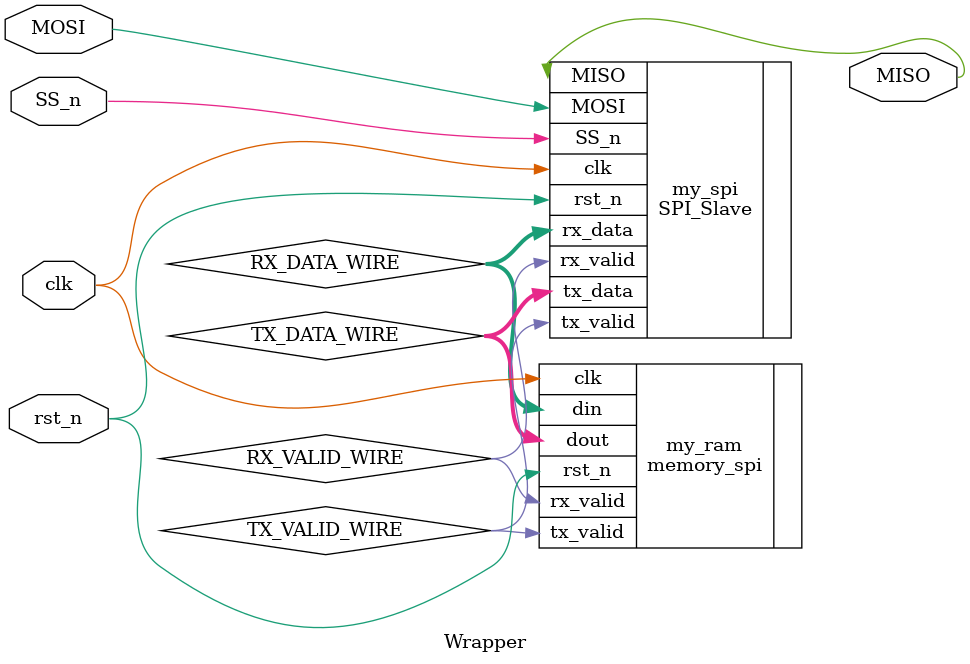
<source format=v>
module Wrapper(MOSI,MISO,clk,rst_n,SS_n);
input MOSI,clk,rst_n,SS_n;
output MISO;

//internal wires to connect between  SPI and RAM
wire [9:0] RX_DATA_WIRE;
wire [7:0] TX_DATA_WIRE;
wire  RX_VALID_WIRE;
wire  TX_VALID_WIRE;



//Instance
SPI_Slave my_spi(.clk(clk),.rst_n(rst_n),.SS_n(SS_n),
	.MOSI(MOSI),.rx_valid(RX_VALID_WIRE),
		.rx_data(RX_DATA_WIRE),
		.tx_valid(TX_VALID_WIRE),.tx_data(TX_DATA_WIRE),.MISO(MISO));

memory_spi my_ram(.din(RX_DATA_WIRE),.rx_valid(RX_VALID_WIRE),.tx_valid(TX_VALID_WIRE),.dout(TX_DATA_WIRE),.clk(clk),.rst_n(rst_n));
endmodule

</source>
